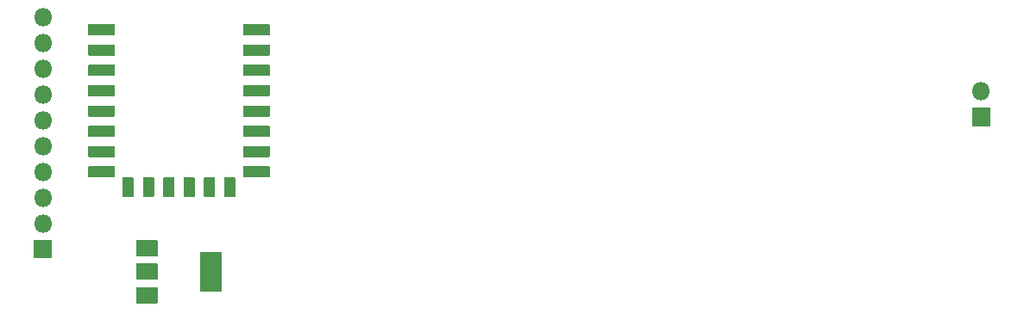
<source format=gbr>
%TF.GenerationSoftware,KiCad,Pcbnew,(5.1.12-1-10_14)*%
%TF.CreationDate,2022-08-29T01:00:24+02:00*%
%TF.ProjectId,esp-wireless-charging,6573702d-7769-4726-956c-6573732d6368,rev?*%
%TF.SameCoordinates,Original*%
%TF.FileFunction,Soldermask,Top*%
%TF.FilePolarity,Negative*%
%FSLAX46Y46*%
G04 Gerber Fmt 4.6, Leading zero omitted, Abs format (unit mm)*
G04 Created by KiCad (PCBNEW (5.1.12-1-10_14)) date 2022-08-29 01:00:24*
%MOMM*%
%LPD*%
G01*
G04 APERTURE LIST*
%ADD10O,1.800000X1.800000*%
G04 APERTURE END LIST*
%TO.C,U1*%
G36*
G01*
X93970000Y-56690000D02*
X93970000Y-55690000D01*
G75*
G02*
X94020000Y-55640000I50000J0D01*
G01*
X96520000Y-55640000D01*
G75*
G02*
X96570000Y-55690000I0J-50000D01*
G01*
X96570000Y-56690000D01*
G75*
G02*
X96520000Y-56740000I-50000J0D01*
G01*
X94020000Y-56740000D01*
G75*
G02*
X93970000Y-56690000I0J50000D01*
G01*
G37*
G36*
G01*
X93970000Y-58690000D02*
X93970000Y-57690000D01*
G75*
G02*
X94020000Y-57640000I50000J0D01*
G01*
X96520000Y-57640000D01*
G75*
G02*
X96570000Y-57690000I0J-50000D01*
G01*
X96570000Y-58690000D01*
G75*
G02*
X96520000Y-58740000I-50000J0D01*
G01*
X94020000Y-58740000D01*
G75*
G02*
X93970000Y-58690000I0J50000D01*
G01*
G37*
G36*
G01*
X93970000Y-60690000D02*
X93970000Y-59690000D01*
G75*
G02*
X94020000Y-59640000I50000J0D01*
G01*
X96520000Y-59640000D01*
G75*
G02*
X96570000Y-59690000I0J-50000D01*
G01*
X96570000Y-60690000D01*
G75*
G02*
X96520000Y-60740000I-50000J0D01*
G01*
X94020000Y-60740000D01*
G75*
G02*
X93970000Y-60690000I0J50000D01*
G01*
G37*
G36*
G01*
X93970000Y-62690000D02*
X93970000Y-61690000D01*
G75*
G02*
X94020000Y-61640000I50000J0D01*
G01*
X96520000Y-61640000D01*
G75*
G02*
X96570000Y-61690000I0J-50000D01*
G01*
X96570000Y-62690000D01*
G75*
G02*
X96520000Y-62740000I-50000J0D01*
G01*
X94020000Y-62740000D01*
G75*
G02*
X93970000Y-62690000I0J50000D01*
G01*
G37*
G36*
G01*
X93970000Y-64690000D02*
X93970000Y-63690000D01*
G75*
G02*
X94020000Y-63640000I50000J0D01*
G01*
X96520000Y-63640000D01*
G75*
G02*
X96570000Y-63690000I0J-50000D01*
G01*
X96570000Y-64690000D01*
G75*
G02*
X96520000Y-64740000I-50000J0D01*
G01*
X94020000Y-64740000D01*
G75*
G02*
X93970000Y-64690000I0J50000D01*
G01*
G37*
G36*
G01*
X93970000Y-66690000D02*
X93970000Y-65690000D01*
G75*
G02*
X94020000Y-65640000I50000J0D01*
G01*
X96520000Y-65640000D01*
G75*
G02*
X96570000Y-65690000I0J-50000D01*
G01*
X96570000Y-66690000D01*
G75*
G02*
X96520000Y-66740000I-50000J0D01*
G01*
X94020000Y-66740000D01*
G75*
G02*
X93970000Y-66690000I0J50000D01*
G01*
G37*
G36*
G01*
X93970000Y-68690000D02*
X93970000Y-67690000D01*
G75*
G02*
X94020000Y-67640000I50000J0D01*
G01*
X96520000Y-67640000D01*
G75*
G02*
X96570000Y-67690000I0J-50000D01*
G01*
X96570000Y-68690000D01*
G75*
G02*
X96520000Y-68740000I-50000J0D01*
G01*
X94020000Y-68740000D01*
G75*
G02*
X93970000Y-68690000I0J50000D01*
G01*
G37*
G36*
G01*
X93970000Y-70690000D02*
X93970000Y-69690000D01*
G75*
G02*
X94020000Y-69640000I50000J0D01*
G01*
X96520000Y-69640000D01*
G75*
G02*
X96570000Y-69690000I0J-50000D01*
G01*
X96570000Y-70690000D01*
G75*
G02*
X96520000Y-70740000I-50000J0D01*
G01*
X94020000Y-70740000D01*
G75*
G02*
X93970000Y-70690000I0J50000D01*
G01*
G37*
G36*
G01*
X97320000Y-72590000D02*
X97320000Y-70790000D01*
G75*
G02*
X97370000Y-70740000I50000J0D01*
G01*
X98370000Y-70740000D01*
G75*
G02*
X98420000Y-70790000I0J-50000D01*
G01*
X98420000Y-72590000D01*
G75*
G02*
X98370000Y-72640000I-50000J0D01*
G01*
X97370000Y-72640000D01*
G75*
G02*
X97320000Y-72590000I0J50000D01*
G01*
G37*
G36*
G01*
X99320000Y-72590000D02*
X99320000Y-70790000D01*
G75*
G02*
X99370000Y-70740000I50000J0D01*
G01*
X100370000Y-70740000D01*
G75*
G02*
X100420000Y-70790000I0J-50000D01*
G01*
X100420000Y-72590000D01*
G75*
G02*
X100370000Y-72640000I-50000J0D01*
G01*
X99370000Y-72640000D01*
G75*
G02*
X99320000Y-72590000I0J50000D01*
G01*
G37*
G36*
G01*
X101320000Y-72590000D02*
X101320000Y-70790000D01*
G75*
G02*
X101370000Y-70740000I50000J0D01*
G01*
X102370000Y-70740000D01*
G75*
G02*
X102420000Y-70790000I0J-50000D01*
G01*
X102420000Y-72590000D01*
G75*
G02*
X102370000Y-72640000I-50000J0D01*
G01*
X101370000Y-72640000D01*
G75*
G02*
X101320000Y-72590000I0J50000D01*
G01*
G37*
G36*
G01*
X103320000Y-72590000D02*
X103320000Y-70790000D01*
G75*
G02*
X103370000Y-70740000I50000J0D01*
G01*
X104370000Y-70740000D01*
G75*
G02*
X104420000Y-70790000I0J-50000D01*
G01*
X104420000Y-72590000D01*
G75*
G02*
X104370000Y-72640000I-50000J0D01*
G01*
X103370000Y-72640000D01*
G75*
G02*
X103320000Y-72590000I0J50000D01*
G01*
G37*
G36*
G01*
X105320000Y-72590000D02*
X105320000Y-70790000D01*
G75*
G02*
X105370000Y-70740000I50000J0D01*
G01*
X106370000Y-70740000D01*
G75*
G02*
X106420000Y-70790000I0J-50000D01*
G01*
X106420000Y-72590000D01*
G75*
G02*
X106370000Y-72640000I-50000J0D01*
G01*
X105370000Y-72640000D01*
G75*
G02*
X105320000Y-72590000I0J50000D01*
G01*
G37*
G36*
G01*
X107320000Y-72590000D02*
X107320000Y-70790000D01*
G75*
G02*
X107370000Y-70740000I50000J0D01*
G01*
X108370000Y-70740000D01*
G75*
G02*
X108420000Y-70790000I0J-50000D01*
G01*
X108420000Y-72590000D01*
G75*
G02*
X108370000Y-72640000I-50000J0D01*
G01*
X107370000Y-72640000D01*
G75*
G02*
X107320000Y-72590000I0J50000D01*
G01*
G37*
G36*
G01*
X109170000Y-70690000D02*
X109170000Y-69690000D01*
G75*
G02*
X109220000Y-69640000I50000J0D01*
G01*
X111720000Y-69640000D01*
G75*
G02*
X111770000Y-69690000I0J-50000D01*
G01*
X111770000Y-70690000D01*
G75*
G02*
X111720000Y-70740000I-50000J0D01*
G01*
X109220000Y-70740000D01*
G75*
G02*
X109170000Y-70690000I0J50000D01*
G01*
G37*
G36*
G01*
X109170000Y-68690000D02*
X109170000Y-67690000D01*
G75*
G02*
X109220000Y-67640000I50000J0D01*
G01*
X111720000Y-67640000D01*
G75*
G02*
X111770000Y-67690000I0J-50000D01*
G01*
X111770000Y-68690000D01*
G75*
G02*
X111720000Y-68740000I-50000J0D01*
G01*
X109220000Y-68740000D01*
G75*
G02*
X109170000Y-68690000I0J50000D01*
G01*
G37*
G36*
G01*
X109170000Y-66690000D02*
X109170000Y-65690000D01*
G75*
G02*
X109220000Y-65640000I50000J0D01*
G01*
X111720000Y-65640000D01*
G75*
G02*
X111770000Y-65690000I0J-50000D01*
G01*
X111770000Y-66690000D01*
G75*
G02*
X111720000Y-66740000I-50000J0D01*
G01*
X109220000Y-66740000D01*
G75*
G02*
X109170000Y-66690000I0J50000D01*
G01*
G37*
G36*
G01*
X109170000Y-64690000D02*
X109170000Y-63690000D01*
G75*
G02*
X109220000Y-63640000I50000J0D01*
G01*
X111720000Y-63640000D01*
G75*
G02*
X111770000Y-63690000I0J-50000D01*
G01*
X111770000Y-64690000D01*
G75*
G02*
X111720000Y-64740000I-50000J0D01*
G01*
X109220000Y-64740000D01*
G75*
G02*
X109170000Y-64690000I0J50000D01*
G01*
G37*
G36*
G01*
X109170000Y-62690000D02*
X109170000Y-61690000D01*
G75*
G02*
X109220000Y-61640000I50000J0D01*
G01*
X111720000Y-61640000D01*
G75*
G02*
X111770000Y-61690000I0J-50000D01*
G01*
X111770000Y-62690000D01*
G75*
G02*
X111720000Y-62740000I-50000J0D01*
G01*
X109220000Y-62740000D01*
G75*
G02*
X109170000Y-62690000I0J50000D01*
G01*
G37*
G36*
G01*
X109170000Y-60690000D02*
X109170000Y-59690000D01*
G75*
G02*
X109220000Y-59640000I50000J0D01*
G01*
X111720000Y-59640000D01*
G75*
G02*
X111770000Y-59690000I0J-50000D01*
G01*
X111770000Y-60690000D01*
G75*
G02*
X111720000Y-60740000I-50000J0D01*
G01*
X109220000Y-60740000D01*
G75*
G02*
X109170000Y-60690000I0J50000D01*
G01*
G37*
G36*
G01*
X109170000Y-58690000D02*
X109170000Y-57690000D01*
G75*
G02*
X109220000Y-57640000I50000J0D01*
G01*
X111720000Y-57640000D01*
G75*
G02*
X111770000Y-57690000I0J-50000D01*
G01*
X111770000Y-58690000D01*
G75*
G02*
X111720000Y-58740000I-50000J0D01*
G01*
X109220000Y-58740000D01*
G75*
G02*
X109170000Y-58690000I0J50000D01*
G01*
G37*
G36*
G01*
X109170000Y-56690000D02*
X109170000Y-55690000D01*
G75*
G02*
X109220000Y-55640000I50000J0D01*
G01*
X111720000Y-55640000D01*
G75*
G02*
X111770000Y-55690000I0J-50000D01*
G01*
X111770000Y-56690000D01*
G75*
G02*
X111720000Y-56740000I-50000J0D01*
G01*
X109220000Y-56740000D01*
G75*
G02*
X109170000Y-56690000I0J50000D01*
G01*
G37*
%TD*%
D10*
%TO.C,J2*%
X89500000Y-54930000D03*
X89500000Y-57470000D03*
X89500000Y-60010000D03*
X89500000Y-62550000D03*
X89500000Y-65090000D03*
X89500000Y-67630000D03*
X89500000Y-70170000D03*
X89500000Y-72710000D03*
X89500000Y-75250000D03*
G36*
G01*
X90400000Y-76940000D02*
X90400000Y-78640000D01*
G75*
G02*
X90350000Y-78690000I-50000J0D01*
G01*
X88650000Y-78690000D01*
G75*
G02*
X88600000Y-78640000I0J50000D01*
G01*
X88600000Y-76940000D01*
G75*
G02*
X88650000Y-76890000I50000J0D01*
G01*
X90350000Y-76890000D01*
G75*
G02*
X90400000Y-76940000I0J-50000D01*
G01*
G37*
%TD*%
%TO.C,J1*%
G36*
G01*
X182510000Y-63920000D02*
X182510000Y-65620000D01*
G75*
G02*
X182460000Y-65670000I-50000J0D01*
G01*
X180760000Y-65670000D01*
G75*
G02*
X180710000Y-65620000I0J50000D01*
G01*
X180710000Y-63920000D01*
G75*
G02*
X180760000Y-63870000I50000J0D01*
G01*
X182460000Y-63870000D01*
G75*
G02*
X182510000Y-63920000I0J-50000D01*
G01*
G37*
X181610000Y-62230000D03*
%TD*%
%TO.C,U2*%
G36*
G01*
X104970000Y-81910000D02*
X104970000Y-78110000D01*
G75*
G02*
X105020000Y-78060000I50000J0D01*
G01*
X107020000Y-78060000D01*
G75*
G02*
X107070000Y-78110000I0J-50000D01*
G01*
X107070000Y-81910000D01*
G75*
G02*
X107020000Y-81960000I-50000J0D01*
G01*
X105020000Y-81960000D01*
G75*
G02*
X104970000Y-81910000I0J50000D01*
G01*
G37*
G36*
G01*
X98670000Y-80760000D02*
X98670000Y-79260000D01*
G75*
G02*
X98720000Y-79210000I50000J0D01*
G01*
X100720000Y-79210000D01*
G75*
G02*
X100770000Y-79260000I0J-50000D01*
G01*
X100770000Y-80760000D01*
G75*
G02*
X100720000Y-80810000I-50000J0D01*
G01*
X98720000Y-80810000D01*
G75*
G02*
X98670000Y-80760000I0J50000D01*
G01*
G37*
G36*
G01*
X98670000Y-83060000D02*
X98670000Y-81560000D01*
G75*
G02*
X98720000Y-81510000I50000J0D01*
G01*
X100720000Y-81510000D01*
G75*
G02*
X100770000Y-81560000I0J-50000D01*
G01*
X100770000Y-83060000D01*
G75*
G02*
X100720000Y-83110000I-50000J0D01*
G01*
X98720000Y-83110000D01*
G75*
G02*
X98670000Y-83060000I0J50000D01*
G01*
G37*
G36*
G01*
X98670000Y-78460000D02*
X98670000Y-76960000D01*
G75*
G02*
X98720000Y-76910000I50000J0D01*
G01*
X100720000Y-76910000D01*
G75*
G02*
X100770000Y-76960000I0J-50000D01*
G01*
X100770000Y-78460000D01*
G75*
G02*
X100720000Y-78510000I-50000J0D01*
G01*
X98720000Y-78510000D01*
G75*
G02*
X98670000Y-78460000I0J50000D01*
G01*
G37*
%TD*%
M02*

</source>
